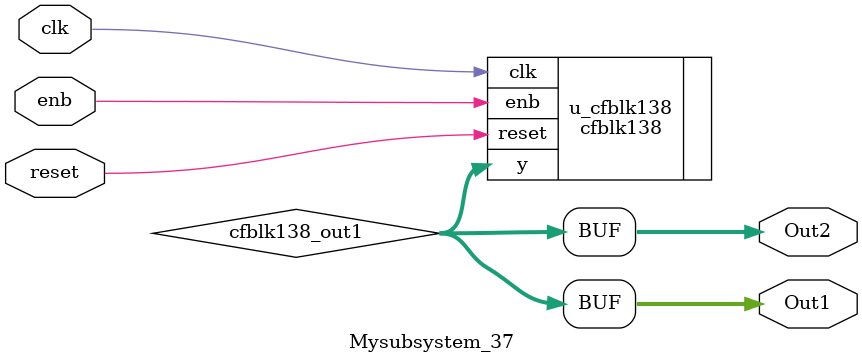
<source format=v>



`timescale 1 ns / 1 ns

module Mysubsystem_37
          (clk,
           reset,
           enb,
           Out1,
           Out2);


  input   clk;
  input   reset;
  input   enb;
  output  [7:0] Out1;  // uint8
  output  [7:0] Out2;  // uint8


  wire [7:0] cfblk138_out1;  // uint8


  cfblk138 u_cfblk138 (.clk(clk),
                       .reset(reset),
                       .enb(enb),
                       .y(cfblk138_out1)  // uint8
                       );

  assign Out1 = cfblk138_out1;

  assign Out2 = cfblk138_out1;

endmodule  // Mysubsystem_37


</source>
